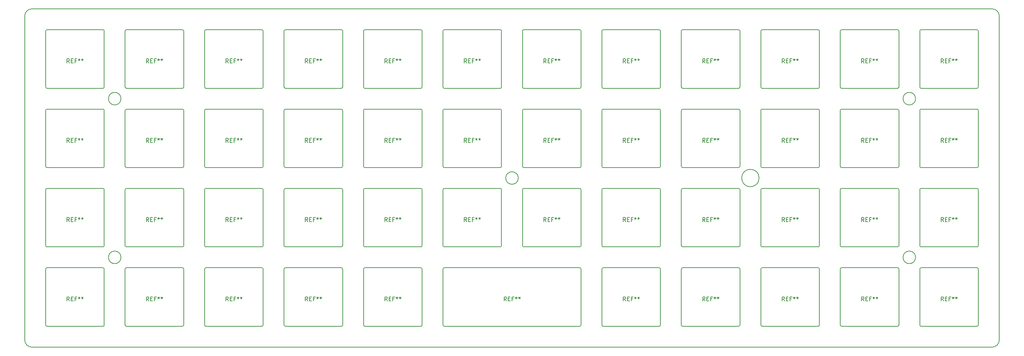
<source format=gm1>
G04 #@! TF.GenerationSoftware,KiCad,Pcbnew,5.0.1*
G04 #@! TF.CreationDate,2019-02-20T21:51:22-03:00*
G04 #@! TF.ProjectId,1Space,3153706163652E6B696361645F706362,V3.0.7*
G04 #@! TF.SameCoordinates,Original*
G04 #@! TF.FileFunction,Profile,NP*
%FSLAX46Y46*%
G04 Gerber Fmt 4.6, Leading zero omitted, Abs format (unit mm)*
G04 Created by KiCad (PCBNEW 5.0.1) date Wed 20 Feb 2019 09:51:22 PM -03*
%MOMM*%
%LPD*%
G01*
G04 APERTURE LIST*
%ADD10C,0.150000*%
G04 #@! TA.AperFunction,NonConductor*
%ADD11C,0.150000*%
G04 #@! TD*
G04 APERTURE END LIST*
D10*
X207541125Y-102743000D02*
G75*
G03X207541125Y-102743000I-2078125J0D01*
G01*
X149963000Y-102743000D02*
G75*
G03X149963000Y-102743000I-1500000J0D01*
G01*
X244963000Y-83743000D02*
G75*
G03X244963000Y-83743000I-1500000J0D01*
G01*
X244963000Y-121743000D02*
G75*
G03X244963000Y-121743000I-1500000J0D01*
G01*
X54963000Y-121743000D02*
G75*
G03X54963000Y-121743000I-1500000J0D01*
G01*
X54963000Y-83743000D02*
G75*
G03X54963000Y-83743000I-1500000J0D01*
G01*
X31939170Y-64000682D02*
G75*
G02X33720426Y-62219426I1781256J0D01*
G01*
X31939170Y-64000682D02*
X31939170Y-141485318D01*
X33720426Y-143266574D02*
G75*
G02X31939170Y-141485318I0J1781256D01*
G01*
X264986830Y-141485318D02*
X264986830Y-64000682D01*
X264986830Y-141485318D02*
G75*
G02X263205574Y-143266574I-1781256J0D01*
G01*
X263205574Y-62219426D02*
G75*
G02X264986830Y-64000682I0J-1781256D01*
G01*
X33720426Y-143266574D02*
X263205574Y-143266574D01*
X33720426Y-62219426D02*
X263205574Y-62219426D01*
D11*
G04 #@! TO.C,REF\002A\002A*
X240663000Y-124243000D02*
X227263000Y-124243000D01*
X226963000Y-124543000D02*
X226963000Y-137943000D01*
X227263000Y-138243000D02*
X240663000Y-138243000D01*
X240963000Y-137943000D02*
X240963000Y-124543000D01*
X226963000Y-124543000D02*
G75*
G02X227263000Y-124243000I300000J0D01*
G01*
X240663000Y-124243000D02*
G75*
G02X240963000Y-124543000I0J-300000D01*
G01*
X240963000Y-137943000D02*
G75*
G02X240663000Y-138243000I-300000J0D01*
G01*
X227263000Y-138243000D02*
G75*
G02X226963000Y-137943000I0J300000D01*
G01*
X227263000Y-119243000D02*
G75*
G02X226963000Y-118943000I0J300000D01*
G01*
X240963000Y-118943000D02*
G75*
G02X240663000Y-119243000I-300000J0D01*
G01*
X240663000Y-105243000D02*
G75*
G02X240963000Y-105543000I0J-300000D01*
G01*
X226963000Y-105543000D02*
G75*
G02X227263000Y-105243000I300000J0D01*
G01*
X240963000Y-118943000D02*
X240963000Y-105543000D01*
X227263000Y-119243000D02*
X240663000Y-119243000D01*
X226963000Y-105543000D02*
X226963000Y-118943000D01*
X240663000Y-105243000D02*
X227263000Y-105243000D01*
X240663000Y-67243000D02*
X227263000Y-67243000D01*
X226963000Y-67543000D02*
X226963000Y-80943000D01*
X227263000Y-81243000D02*
X240663000Y-81243000D01*
X240963000Y-80943000D02*
X240963000Y-67543000D01*
X226963000Y-67543000D02*
G75*
G02X227263000Y-67243000I300000J0D01*
G01*
X240663000Y-67243000D02*
G75*
G02X240963000Y-67543000I0J-300000D01*
G01*
X240963000Y-80943000D02*
G75*
G02X240663000Y-81243000I-300000J0D01*
G01*
X227263000Y-81243000D02*
G75*
G02X226963000Y-80943000I0J300000D01*
G01*
X88663000Y-124243000D02*
X75263000Y-124243000D01*
X74963000Y-124543000D02*
X74963000Y-137943000D01*
X75263000Y-138243000D02*
X88663000Y-138243000D01*
X88963000Y-137943000D02*
X88963000Y-124543000D01*
X74963000Y-124543000D02*
G75*
G02X75263000Y-124243000I300000J0D01*
G01*
X88663000Y-124243000D02*
G75*
G02X88963000Y-124543000I0J-300000D01*
G01*
X88963000Y-137943000D02*
G75*
G02X88663000Y-138243000I-300000J0D01*
G01*
X75263000Y-138243000D02*
G75*
G02X74963000Y-137943000I0J300000D01*
G01*
X246263000Y-138243000D02*
G75*
G02X245963000Y-137943000I0J300000D01*
G01*
X259963000Y-137943000D02*
G75*
G02X259663000Y-138243000I-300000J0D01*
G01*
X259663000Y-124243000D02*
G75*
G02X259963000Y-124543000I0J-300000D01*
G01*
X245963000Y-124543000D02*
G75*
G02X246263000Y-124243000I300000J0D01*
G01*
X259963000Y-137943000D02*
X259963000Y-124543000D01*
X246263000Y-138243000D02*
X259663000Y-138243000D01*
X245963000Y-124543000D02*
X245963000Y-137943000D01*
X259663000Y-124243000D02*
X246263000Y-124243000D01*
X202663000Y-124243000D02*
X189263000Y-124243000D01*
X188963000Y-124543000D02*
X188963000Y-137943000D01*
X189263000Y-138243000D02*
X202663000Y-138243000D01*
X202963000Y-137943000D02*
X202963000Y-124543000D01*
X188963000Y-124543000D02*
G75*
G02X189263000Y-124243000I300000J0D01*
G01*
X202663000Y-124243000D02*
G75*
G02X202963000Y-124543000I0J-300000D01*
G01*
X202963000Y-137943000D02*
G75*
G02X202663000Y-138243000I-300000J0D01*
G01*
X189263000Y-138243000D02*
G75*
G02X188963000Y-137943000I0J300000D01*
G01*
X170263000Y-138243000D02*
G75*
G02X169963000Y-137943000I0J300000D01*
G01*
X183963000Y-137943000D02*
G75*
G02X183663000Y-138243000I-300000J0D01*
G01*
X183663000Y-124243000D02*
G75*
G02X183963000Y-124543000I0J-300000D01*
G01*
X169963000Y-124543000D02*
G75*
G02X170263000Y-124243000I300000J0D01*
G01*
X183963000Y-137943000D02*
X183963000Y-124543000D01*
X170263000Y-138243000D02*
X183663000Y-138243000D01*
X169963000Y-124543000D02*
X169963000Y-137943000D01*
X183663000Y-124243000D02*
X170263000Y-124243000D01*
X94263000Y-138243000D02*
G75*
G02X93963000Y-137943000I0J300000D01*
G01*
X107963000Y-137943000D02*
G75*
G02X107663000Y-138243000I-300000J0D01*
G01*
X107663000Y-124243000D02*
G75*
G02X107963000Y-124543000I0J-300000D01*
G01*
X93963000Y-124543000D02*
G75*
G02X94263000Y-124243000I300000J0D01*
G01*
X107963000Y-137943000D02*
X107963000Y-124543000D01*
X94263000Y-138243000D02*
X107663000Y-138243000D01*
X93963000Y-124543000D02*
X93963000Y-137943000D01*
X107663000Y-124243000D02*
X94263000Y-124243000D01*
X126663000Y-124243000D02*
X113263000Y-124243000D01*
X112963000Y-124543000D02*
X112963000Y-137943000D01*
X113263000Y-138243000D02*
X126663000Y-138243000D01*
X126963000Y-137943000D02*
X126963000Y-124543000D01*
X112963000Y-124543000D02*
G75*
G02X113263000Y-124243000I300000J0D01*
G01*
X126663000Y-124243000D02*
G75*
G02X126963000Y-124543000I0J-300000D01*
G01*
X126963000Y-137943000D02*
G75*
G02X126663000Y-138243000I-300000J0D01*
G01*
X113263000Y-138243000D02*
G75*
G02X112963000Y-137943000I0J300000D01*
G01*
X208263000Y-138243000D02*
G75*
G02X207963000Y-137943000I0J300000D01*
G01*
X221963000Y-137943000D02*
G75*
G02X221663000Y-138243000I-300000J0D01*
G01*
X221663000Y-124243000D02*
G75*
G02X221963000Y-124543000I0J-300000D01*
G01*
X207963000Y-124543000D02*
G75*
G02X208263000Y-124243000I300000J0D01*
G01*
X221963000Y-137943000D02*
X221963000Y-124543000D01*
X208263000Y-138243000D02*
X221663000Y-138243000D01*
X207963000Y-124543000D02*
X207963000Y-137943000D01*
X221663000Y-124243000D02*
X208263000Y-124243000D01*
X56263000Y-138243000D02*
G75*
G02X55963000Y-137943000I0J300000D01*
G01*
X69963000Y-137943000D02*
G75*
G02X69663000Y-138243000I-300000J0D01*
G01*
X69663000Y-124243000D02*
G75*
G02X69963000Y-124543000I0J-300000D01*
G01*
X55963000Y-124543000D02*
G75*
G02X56263000Y-124243000I300000J0D01*
G01*
X69963000Y-137943000D02*
X69963000Y-124543000D01*
X56263000Y-138243000D02*
X69663000Y-138243000D01*
X55963000Y-124543000D02*
X55963000Y-137943000D01*
X69663000Y-124243000D02*
X56263000Y-124243000D01*
X50663000Y-124243000D02*
X37263000Y-124243000D01*
X36963000Y-124543000D02*
X36963000Y-137943000D01*
X37263000Y-138243000D02*
X50663000Y-138243000D01*
X50963000Y-137943000D02*
X50963000Y-124543000D01*
X36963000Y-124543000D02*
G75*
G02X37263000Y-124243000I300000J0D01*
G01*
X50663000Y-124243000D02*
G75*
G02X50963000Y-124543000I0J-300000D01*
G01*
X50963000Y-137943000D02*
G75*
G02X50663000Y-138243000I-300000J0D01*
G01*
X37263000Y-138243000D02*
G75*
G02X36963000Y-137943000I0J300000D01*
G01*
X189263000Y-119243000D02*
G75*
G02X188963000Y-118943000I0J300000D01*
G01*
X202963000Y-118943000D02*
G75*
G02X202663000Y-119243000I-300000J0D01*
G01*
X202663000Y-105243000D02*
G75*
G02X202963000Y-105543000I0J-300000D01*
G01*
X188963000Y-105543000D02*
G75*
G02X189263000Y-105243000I300000J0D01*
G01*
X202963000Y-118943000D02*
X202963000Y-105543000D01*
X189263000Y-119243000D02*
X202663000Y-119243000D01*
X188963000Y-105543000D02*
X188963000Y-118943000D01*
X202663000Y-105243000D02*
X189263000Y-105243000D01*
X259663000Y-105243000D02*
X246263000Y-105243000D01*
X245963000Y-105543000D02*
X245963000Y-118943000D01*
X246263000Y-119243000D02*
X259663000Y-119243000D01*
X259963000Y-118943000D02*
X259963000Y-105543000D01*
X245963000Y-105543000D02*
G75*
G02X246263000Y-105243000I300000J0D01*
G01*
X259663000Y-105243000D02*
G75*
G02X259963000Y-105543000I0J-300000D01*
G01*
X259963000Y-118943000D02*
G75*
G02X259663000Y-119243000I-300000J0D01*
G01*
X246263000Y-119243000D02*
G75*
G02X245963000Y-118943000I0J300000D01*
G01*
X75263000Y-119243000D02*
G75*
G02X74963000Y-118943000I0J300000D01*
G01*
X88963000Y-118943000D02*
G75*
G02X88663000Y-119243000I-300000J0D01*
G01*
X88663000Y-105243000D02*
G75*
G02X88963000Y-105543000I0J-300000D01*
G01*
X74963000Y-105543000D02*
G75*
G02X75263000Y-105243000I300000J0D01*
G01*
X88963000Y-118943000D02*
X88963000Y-105543000D01*
X75263000Y-119243000D02*
X88663000Y-119243000D01*
X74963000Y-105543000D02*
X74963000Y-118943000D01*
X88663000Y-105243000D02*
X75263000Y-105243000D01*
X183663000Y-105243000D02*
X170263000Y-105243000D01*
X169963000Y-105543000D02*
X169963000Y-118943000D01*
X170263000Y-119243000D02*
X183663000Y-119243000D01*
X183963000Y-118943000D02*
X183963000Y-105543000D01*
X169963000Y-105543000D02*
G75*
G02X170263000Y-105243000I300000J0D01*
G01*
X183663000Y-105243000D02*
G75*
G02X183963000Y-105543000I0J-300000D01*
G01*
X183963000Y-118943000D02*
G75*
G02X183663000Y-119243000I-300000J0D01*
G01*
X170263000Y-119243000D02*
G75*
G02X169963000Y-118943000I0J300000D01*
G01*
X69663000Y-105243000D02*
X56263000Y-105243000D01*
X55963000Y-105543000D02*
X55963000Y-118943000D01*
X56263000Y-119243000D02*
X69663000Y-119243000D01*
X69963000Y-118943000D02*
X69963000Y-105543000D01*
X55963000Y-105543000D02*
G75*
G02X56263000Y-105243000I300000J0D01*
G01*
X69663000Y-105243000D02*
G75*
G02X69963000Y-105543000I0J-300000D01*
G01*
X69963000Y-118943000D02*
G75*
G02X69663000Y-119243000I-300000J0D01*
G01*
X56263000Y-119243000D02*
G75*
G02X55963000Y-118943000I0J300000D01*
G01*
X37263000Y-119243000D02*
G75*
G02X36963000Y-118943000I0J300000D01*
G01*
X50963000Y-118943000D02*
G75*
G02X50663000Y-119243000I-300000J0D01*
G01*
X50663000Y-105243000D02*
G75*
G02X50963000Y-105543000I0J-300000D01*
G01*
X36963000Y-105543000D02*
G75*
G02X37263000Y-105243000I300000J0D01*
G01*
X50963000Y-118943000D02*
X50963000Y-105543000D01*
X37263000Y-119243000D02*
X50663000Y-119243000D01*
X36963000Y-105543000D02*
X36963000Y-118943000D01*
X50663000Y-105243000D02*
X37263000Y-105243000D01*
X145663000Y-105243000D02*
X132263000Y-105243000D01*
X131963000Y-105543000D02*
X131963000Y-118943000D01*
X132263000Y-119243000D02*
X145663000Y-119243000D01*
X145963000Y-118943000D02*
X145963000Y-105543000D01*
X131963000Y-105543000D02*
G75*
G02X132263000Y-105243000I300000J0D01*
G01*
X145663000Y-105243000D02*
G75*
G02X145963000Y-105543000I0J-300000D01*
G01*
X145963000Y-118943000D02*
G75*
G02X145663000Y-119243000I-300000J0D01*
G01*
X132263000Y-119243000D02*
G75*
G02X131963000Y-118943000I0J300000D01*
G01*
X151263000Y-119243000D02*
G75*
G02X150963000Y-118943000I0J300000D01*
G01*
X164963000Y-118943000D02*
G75*
G02X164663000Y-119243000I-300000J0D01*
G01*
X164663000Y-105243000D02*
G75*
G02X164963000Y-105543000I0J-300000D01*
G01*
X150963000Y-105543000D02*
G75*
G02X151263000Y-105243000I300000J0D01*
G01*
X164963000Y-118943000D02*
X164963000Y-105543000D01*
X151263000Y-119243000D02*
X164663000Y-119243000D01*
X150963000Y-105543000D02*
X150963000Y-118943000D01*
X164663000Y-105243000D02*
X151263000Y-105243000D01*
X107663000Y-105243000D02*
X94263000Y-105243000D01*
X93963000Y-105543000D02*
X93963000Y-118943000D01*
X94263000Y-119243000D02*
X107663000Y-119243000D01*
X107963000Y-118943000D02*
X107963000Y-105543000D01*
X93963000Y-105543000D02*
G75*
G02X94263000Y-105243000I300000J0D01*
G01*
X107663000Y-105243000D02*
G75*
G02X107963000Y-105543000I0J-300000D01*
G01*
X107963000Y-118943000D02*
G75*
G02X107663000Y-119243000I-300000J0D01*
G01*
X94263000Y-119243000D02*
G75*
G02X93963000Y-118943000I0J300000D01*
G01*
X221663000Y-105243000D02*
X208263000Y-105243000D01*
X207963000Y-105543000D02*
X207963000Y-118943000D01*
X208263000Y-119243000D02*
X221663000Y-119243000D01*
X221963000Y-118943000D02*
X221963000Y-105543000D01*
X207963000Y-105543000D02*
G75*
G02X208263000Y-105243000I300000J0D01*
G01*
X221663000Y-105243000D02*
G75*
G02X221963000Y-105543000I0J-300000D01*
G01*
X221963000Y-118943000D02*
G75*
G02X221663000Y-119243000I-300000J0D01*
G01*
X208263000Y-119243000D02*
G75*
G02X207963000Y-118943000I0J300000D01*
G01*
X113263000Y-119243000D02*
G75*
G02X112963000Y-118943000I0J300000D01*
G01*
X126963000Y-118943000D02*
G75*
G02X126663000Y-119243000I-300000J0D01*
G01*
X126663000Y-105243000D02*
G75*
G02X126963000Y-105543000I0J-300000D01*
G01*
X112963000Y-105543000D02*
G75*
G02X113263000Y-105243000I300000J0D01*
G01*
X126963000Y-118943000D02*
X126963000Y-105543000D01*
X113263000Y-119243000D02*
X126663000Y-119243000D01*
X112963000Y-105543000D02*
X112963000Y-118943000D01*
X126663000Y-105243000D02*
X113263000Y-105243000D01*
X126663000Y-67243000D02*
X113263000Y-67243000D01*
X112963000Y-67543000D02*
X112963000Y-80943000D01*
X113263000Y-81243000D02*
X126663000Y-81243000D01*
X126963000Y-80943000D02*
X126963000Y-67543000D01*
X112963000Y-67543000D02*
G75*
G02X113263000Y-67243000I300000J0D01*
G01*
X126663000Y-67243000D02*
G75*
G02X126963000Y-67543000I0J-300000D01*
G01*
X126963000Y-80943000D02*
G75*
G02X126663000Y-81243000I-300000J0D01*
G01*
X113263000Y-81243000D02*
G75*
G02X112963000Y-80943000I0J300000D01*
G01*
X164663000Y-67243000D02*
X151263000Y-67243000D01*
X150963000Y-67543000D02*
X150963000Y-80943000D01*
X151263000Y-81243000D02*
X164663000Y-81243000D01*
X164963000Y-80943000D02*
X164963000Y-67543000D01*
X150963000Y-67543000D02*
G75*
G02X151263000Y-67243000I300000J0D01*
G01*
X164663000Y-67243000D02*
G75*
G02X164963000Y-67543000I0J-300000D01*
G01*
X164963000Y-80943000D02*
G75*
G02X164663000Y-81243000I-300000J0D01*
G01*
X151263000Y-81243000D02*
G75*
G02X150963000Y-80943000I0J300000D01*
G01*
X132263000Y-81243000D02*
G75*
G02X131963000Y-80943000I0J300000D01*
G01*
X145963000Y-80943000D02*
G75*
G02X145663000Y-81243000I-300000J0D01*
G01*
X145663000Y-67243000D02*
G75*
G02X145963000Y-67543000I0J-300000D01*
G01*
X131963000Y-67543000D02*
G75*
G02X132263000Y-67243000I300000J0D01*
G01*
X145963000Y-80943000D02*
X145963000Y-67543000D01*
X132263000Y-81243000D02*
X145663000Y-81243000D01*
X131963000Y-67543000D02*
X131963000Y-80943000D01*
X145663000Y-67243000D02*
X132263000Y-67243000D01*
X94263000Y-81243000D02*
G75*
G02X93963000Y-80943000I0J300000D01*
G01*
X107963000Y-80943000D02*
G75*
G02X107663000Y-81243000I-300000J0D01*
G01*
X107663000Y-67243000D02*
G75*
G02X107963000Y-67543000I0J-300000D01*
G01*
X93963000Y-67543000D02*
G75*
G02X94263000Y-67243000I300000J0D01*
G01*
X107963000Y-80943000D02*
X107963000Y-67543000D01*
X94263000Y-81243000D02*
X107663000Y-81243000D01*
X93963000Y-67543000D02*
X93963000Y-80943000D01*
X107663000Y-67243000D02*
X94263000Y-67243000D01*
X202663000Y-67243000D02*
X189263000Y-67243000D01*
X188963000Y-67543000D02*
X188963000Y-80943000D01*
X189263000Y-81243000D02*
X202663000Y-81243000D01*
X202963000Y-80943000D02*
X202963000Y-67543000D01*
X188963000Y-67543000D02*
G75*
G02X189263000Y-67243000I300000J0D01*
G01*
X202663000Y-67243000D02*
G75*
G02X202963000Y-67543000I0J-300000D01*
G01*
X202963000Y-80943000D02*
G75*
G02X202663000Y-81243000I-300000J0D01*
G01*
X189263000Y-81243000D02*
G75*
G02X188963000Y-80943000I0J300000D01*
G01*
X170263000Y-81243000D02*
G75*
G02X169963000Y-80943000I0J300000D01*
G01*
X183963000Y-80943000D02*
G75*
G02X183663000Y-81243000I-300000J0D01*
G01*
X183663000Y-67243000D02*
G75*
G02X183963000Y-67543000I0J-300000D01*
G01*
X169963000Y-67543000D02*
G75*
G02X170263000Y-67243000I300000J0D01*
G01*
X183963000Y-80943000D02*
X183963000Y-67543000D01*
X170263000Y-81243000D02*
X183663000Y-81243000D01*
X169963000Y-67543000D02*
X169963000Y-80943000D01*
X183663000Y-67243000D02*
X170263000Y-67243000D01*
X246263000Y-81243000D02*
G75*
G02X245963000Y-80943000I0J300000D01*
G01*
X259963000Y-80943000D02*
G75*
G02X259663000Y-81243000I-300000J0D01*
G01*
X259663000Y-67243000D02*
G75*
G02X259963000Y-67543000I0J-300000D01*
G01*
X245963000Y-67543000D02*
G75*
G02X246263000Y-67243000I300000J0D01*
G01*
X259963000Y-80943000D02*
X259963000Y-67543000D01*
X246263000Y-81243000D02*
X259663000Y-81243000D01*
X245963000Y-67543000D02*
X245963000Y-80943000D01*
X259663000Y-67243000D02*
X246263000Y-67243000D01*
X88663000Y-67243000D02*
X75263000Y-67243000D01*
X74963000Y-67543000D02*
X74963000Y-80943000D01*
X75263000Y-81243000D02*
X88663000Y-81243000D01*
X88963000Y-80943000D02*
X88963000Y-67543000D01*
X74963000Y-67543000D02*
G75*
G02X75263000Y-67243000I300000J0D01*
G01*
X88663000Y-67243000D02*
G75*
G02X88963000Y-67543000I0J-300000D01*
G01*
X88963000Y-80943000D02*
G75*
G02X88663000Y-81243000I-300000J0D01*
G01*
X75263000Y-81243000D02*
G75*
G02X74963000Y-80943000I0J300000D01*
G01*
X56263000Y-81243000D02*
G75*
G02X55963000Y-80943000I0J300000D01*
G01*
X69963000Y-80943000D02*
G75*
G02X69663000Y-81243000I-300000J0D01*
G01*
X69663000Y-67243000D02*
G75*
G02X69963000Y-67543000I0J-300000D01*
G01*
X55963000Y-67543000D02*
G75*
G02X56263000Y-67243000I300000J0D01*
G01*
X69963000Y-80943000D02*
X69963000Y-67543000D01*
X56263000Y-81243000D02*
X69663000Y-81243000D01*
X55963000Y-67543000D02*
X55963000Y-80943000D01*
X69663000Y-67243000D02*
X56263000Y-67243000D01*
X208263000Y-81243000D02*
G75*
G02X207963000Y-80943000I0J300000D01*
G01*
X221963000Y-80943000D02*
G75*
G02X221663000Y-81243000I-300000J0D01*
G01*
X221663000Y-67243000D02*
G75*
G02X221963000Y-67543000I0J-300000D01*
G01*
X207963000Y-67543000D02*
G75*
G02X208263000Y-67243000I300000J0D01*
G01*
X221963000Y-80943000D02*
X221963000Y-67543000D01*
X208263000Y-81243000D02*
X221663000Y-81243000D01*
X207963000Y-67543000D02*
X207963000Y-80943000D01*
X221663000Y-67243000D02*
X208263000Y-67243000D01*
X50663000Y-67243000D02*
X37263000Y-67243000D01*
X36963000Y-67543000D02*
X36963000Y-80943000D01*
X37263000Y-81243000D02*
X50663000Y-81243000D01*
X50963000Y-80943000D02*
X50963000Y-67543000D01*
X36963000Y-67543000D02*
G75*
G02X37263000Y-67243000I300000J0D01*
G01*
X50663000Y-67243000D02*
G75*
G02X50963000Y-67543000I0J-300000D01*
G01*
X50963000Y-80943000D02*
G75*
G02X50663000Y-81243000I-300000J0D01*
G01*
X37263000Y-81243000D02*
G75*
G02X36963000Y-80943000I0J300000D01*
G01*
X259663000Y-86243000D02*
X246263000Y-86243000D01*
X245963000Y-86543000D02*
X245963000Y-99943000D01*
X246263000Y-100243000D02*
X259663000Y-100243000D01*
X259963000Y-99943000D02*
X259963000Y-86543000D01*
X245963000Y-86543000D02*
G75*
G02X246263000Y-86243000I300000J0D01*
G01*
X259663000Y-86243000D02*
G75*
G02X259963000Y-86543000I0J-300000D01*
G01*
X259963000Y-99943000D02*
G75*
G02X259663000Y-100243000I-300000J0D01*
G01*
X246263000Y-100243000D02*
G75*
G02X245963000Y-99943000I0J300000D01*
G01*
X227263000Y-100243000D02*
G75*
G02X226963000Y-99943000I0J300000D01*
G01*
X240963000Y-99943000D02*
G75*
G02X240663000Y-100243000I-300000J0D01*
G01*
X240663000Y-86243000D02*
G75*
G02X240963000Y-86543000I0J-300000D01*
G01*
X226963000Y-86543000D02*
G75*
G02X227263000Y-86243000I300000J0D01*
G01*
X240963000Y-99943000D02*
X240963000Y-86543000D01*
X227263000Y-100243000D02*
X240663000Y-100243000D01*
X226963000Y-86543000D02*
X226963000Y-99943000D01*
X240663000Y-86243000D02*
X227263000Y-86243000D01*
X221663000Y-86243000D02*
X208263000Y-86243000D01*
X207963000Y-86543000D02*
X207963000Y-99943000D01*
X208263000Y-100243000D02*
X221663000Y-100243000D01*
X221963000Y-99943000D02*
X221963000Y-86543000D01*
X207963000Y-86543000D02*
G75*
G02X208263000Y-86243000I300000J0D01*
G01*
X221663000Y-86243000D02*
G75*
G02X221963000Y-86543000I0J-300000D01*
G01*
X221963000Y-99943000D02*
G75*
G02X221663000Y-100243000I-300000J0D01*
G01*
X208263000Y-100243000D02*
G75*
G02X207963000Y-99943000I0J300000D01*
G01*
X189263000Y-100243000D02*
G75*
G02X188963000Y-99943000I0J300000D01*
G01*
X202963000Y-99943000D02*
G75*
G02X202663000Y-100243000I-300000J0D01*
G01*
X202663000Y-86243000D02*
G75*
G02X202963000Y-86543000I0J-300000D01*
G01*
X188963000Y-86543000D02*
G75*
G02X189263000Y-86243000I300000J0D01*
G01*
X202963000Y-99943000D02*
X202963000Y-86543000D01*
X189263000Y-100243000D02*
X202663000Y-100243000D01*
X188963000Y-86543000D02*
X188963000Y-99943000D01*
X202663000Y-86243000D02*
X189263000Y-86243000D01*
X183663000Y-86243000D02*
X170263000Y-86243000D01*
X169963000Y-86543000D02*
X169963000Y-99943000D01*
X170263000Y-100243000D02*
X183663000Y-100243000D01*
X183963000Y-99943000D02*
X183963000Y-86543000D01*
X169963000Y-86543000D02*
G75*
G02X170263000Y-86243000I300000J0D01*
G01*
X183663000Y-86243000D02*
G75*
G02X183963000Y-86543000I0J-300000D01*
G01*
X183963000Y-99943000D02*
G75*
G02X183663000Y-100243000I-300000J0D01*
G01*
X170263000Y-100243000D02*
G75*
G02X169963000Y-99943000I0J300000D01*
G01*
X37263000Y-100243000D02*
G75*
G02X36963000Y-99943000I0J300000D01*
G01*
X50963000Y-99943000D02*
G75*
G02X50663000Y-100243000I-300000J0D01*
G01*
X50663000Y-86243000D02*
G75*
G02X50963000Y-86543000I0J-300000D01*
G01*
X36963000Y-86543000D02*
G75*
G02X37263000Y-86243000I300000J0D01*
G01*
X50963000Y-99943000D02*
X50963000Y-86543000D01*
X37263000Y-100243000D02*
X50663000Y-100243000D01*
X36963000Y-86543000D02*
X36963000Y-99943000D01*
X50663000Y-86243000D02*
X37263000Y-86243000D01*
X69663000Y-86243000D02*
X56263000Y-86243000D01*
X55963000Y-86543000D02*
X55963000Y-99943000D01*
X56263000Y-100243000D02*
X69663000Y-100243000D01*
X69963000Y-99943000D02*
X69963000Y-86543000D01*
X55963000Y-86543000D02*
G75*
G02X56263000Y-86243000I300000J0D01*
G01*
X69663000Y-86243000D02*
G75*
G02X69963000Y-86543000I0J-300000D01*
G01*
X69963000Y-99943000D02*
G75*
G02X69663000Y-100243000I-300000J0D01*
G01*
X56263000Y-100243000D02*
G75*
G02X55963000Y-99943000I0J300000D01*
G01*
X75263000Y-100243000D02*
G75*
G02X74963000Y-99943000I0J300000D01*
G01*
X88963000Y-99943000D02*
G75*
G02X88663000Y-100243000I-300000J0D01*
G01*
X88663000Y-86243000D02*
G75*
G02X88963000Y-86543000I0J-300000D01*
G01*
X74963000Y-86543000D02*
G75*
G02X75263000Y-86243000I300000J0D01*
G01*
X88963000Y-99943000D02*
X88963000Y-86543000D01*
X75263000Y-100243000D02*
X88663000Y-100243000D01*
X74963000Y-86543000D02*
X74963000Y-99943000D01*
X88663000Y-86243000D02*
X75263000Y-86243000D01*
X107663000Y-86243000D02*
X94263000Y-86243000D01*
X93963000Y-86543000D02*
X93963000Y-99943000D01*
X94263000Y-100243000D02*
X107663000Y-100243000D01*
X107963000Y-99943000D02*
X107963000Y-86543000D01*
X93963000Y-86543000D02*
G75*
G02X94263000Y-86243000I300000J0D01*
G01*
X107663000Y-86243000D02*
G75*
G02X107963000Y-86543000I0J-300000D01*
G01*
X107963000Y-99943000D02*
G75*
G02X107663000Y-100243000I-300000J0D01*
G01*
X94263000Y-100243000D02*
G75*
G02X93963000Y-99943000I0J300000D01*
G01*
X113263000Y-100243000D02*
G75*
G02X112963000Y-99943000I0J300000D01*
G01*
X126963000Y-99943000D02*
G75*
G02X126663000Y-100243000I-300000J0D01*
G01*
X126663000Y-86243000D02*
G75*
G02X126963000Y-86543000I0J-300000D01*
G01*
X112963000Y-86543000D02*
G75*
G02X113263000Y-86243000I300000J0D01*
G01*
X126963000Y-99943000D02*
X126963000Y-86543000D01*
X113263000Y-100243000D02*
X126663000Y-100243000D01*
X112963000Y-86543000D02*
X112963000Y-99943000D01*
X126663000Y-86243000D02*
X113263000Y-86243000D01*
X145663000Y-86243000D02*
X132263000Y-86243000D01*
X131963000Y-86543000D02*
X131963000Y-99943000D01*
X132263000Y-100243000D02*
X145663000Y-100243000D01*
X145963000Y-99943000D02*
X145963000Y-86543000D01*
X131963000Y-86543000D02*
G75*
G02X132263000Y-86243000I300000J0D01*
G01*
X145663000Y-86243000D02*
G75*
G02X145963000Y-86543000I0J-300000D01*
G01*
X145963000Y-99943000D02*
G75*
G02X145663000Y-100243000I-300000J0D01*
G01*
X132263000Y-100243000D02*
G75*
G02X131963000Y-99943000I0J300000D01*
G01*
X151263000Y-100243000D02*
G75*
G02X150963000Y-99943000I0J300000D01*
G01*
X164963000Y-99943000D02*
G75*
G02X164663000Y-100243000I-300000J0D01*
G01*
X164663000Y-86243000D02*
G75*
G02X164963000Y-86543000I0J-300000D01*
G01*
X150963000Y-86543000D02*
G75*
G02X151263000Y-86243000I300000J0D01*
G01*
X164963000Y-99943000D02*
X164963000Y-86543000D01*
X151263000Y-100243000D02*
X164663000Y-100243000D01*
X150963000Y-86543000D02*
X150963000Y-99943000D01*
X164663000Y-86243000D02*
X151263000Y-86243000D01*
X132263000Y-138243000D02*
G75*
G02X131963000Y-137943000I0J300000D01*
G01*
X131963000Y-124543000D02*
X131963000Y-137943000D01*
X131963000Y-124543000D02*
G75*
G02X132263000Y-124243000I300000J0D01*
G01*
X164963000Y-137943000D02*
G75*
G02X164663000Y-138243000I-300000J0D01*
G01*
X164663000Y-124243000D02*
G75*
G02X164963000Y-124543000I0J-300000D01*
G01*
X164963000Y-137943000D02*
X164963000Y-124543000D01*
X132263000Y-138243000D02*
X164663000Y-138243000D01*
X164663000Y-124243000D02*
X132263000Y-124243000D01*
G04 #@! TD*
G04 #@! TO.C,REF\002A\002A*
D10*
X232629666Y-132195380D02*
X232296333Y-131719190D01*
X232058238Y-132195380D02*
X232058238Y-131195380D01*
X232439190Y-131195380D01*
X232534428Y-131243000D01*
X232582047Y-131290619D01*
X232629666Y-131385857D01*
X232629666Y-131528714D01*
X232582047Y-131623952D01*
X232534428Y-131671571D01*
X232439190Y-131719190D01*
X232058238Y-131719190D01*
X233058238Y-131671571D02*
X233391571Y-131671571D01*
X233534428Y-132195380D02*
X233058238Y-132195380D01*
X233058238Y-131195380D01*
X233534428Y-131195380D01*
X234296333Y-131671571D02*
X233963000Y-131671571D01*
X233963000Y-132195380D02*
X233963000Y-131195380D01*
X234439190Y-131195380D01*
X234963000Y-131195380D02*
X234963000Y-131433476D01*
X234724904Y-131338238D02*
X234963000Y-131433476D01*
X235201095Y-131338238D01*
X234820142Y-131623952D02*
X234963000Y-131433476D01*
X235105857Y-131623952D01*
X235724904Y-131195380D02*
X235724904Y-131433476D01*
X235486809Y-131338238D02*
X235724904Y-131433476D01*
X235963000Y-131338238D01*
X235582047Y-131623952D02*
X235724904Y-131433476D01*
X235867761Y-131623952D01*
X232629666Y-113195380D02*
X232296333Y-112719190D01*
X232058238Y-113195380D02*
X232058238Y-112195380D01*
X232439190Y-112195380D01*
X232534428Y-112243000D01*
X232582047Y-112290619D01*
X232629666Y-112385857D01*
X232629666Y-112528714D01*
X232582047Y-112623952D01*
X232534428Y-112671571D01*
X232439190Y-112719190D01*
X232058238Y-112719190D01*
X233058238Y-112671571D02*
X233391571Y-112671571D01*
X233534428Y-113195380D02*
X233058238Y-113195380D01*
X233058238Y-112195380D01*
X233534428Y-112195380D01*
X234296333Y-112671571D02*
X233963000Y-112671571D01*
X233963000Y-113195380D02*
X233963000Y-112195380D01*
X234439190Y-112195380D01*
X234963000Y-112195380D02*
X234963000Y-112433476D01*
X234724904Y-112338238D02*
X234963000Y-112433476D01*
X235201095Y-112338238D01*
X234820142Y-112623952D02*
X234963000Y-112433476D01*
X235105857Y-112623952D01*
X235724904Y-112195380D02*
X235724904Y-112433476D01*
X235486809Y-112338238D02*
X235724904Y-112433476D01*
X235963000Y-112338238D01*
X235582047Y-112623952D02*
X235724904Y-112433476D01*
X235867761Y-112623952D01*
X232629666Y-75195380D02*
X232296333Y-74719190D01*
X232058238Y-75195380D02*
X232058238Y-74195380D01*
X232439190Y-74195380D01*
X232534428Y-74243000D01*
X232582047Y-74290619D01*
X232629666Y-74385857D01*
X232629666Y-74528714D01*
X232582047Y-74623952D01*
X232534428Y-74671571D01*
X232439190Y-74719190D01*
X232058238Y-74719190D01*
X233058238Y-74671571D02*
X233391571Y-74671571D01*
X233534428Y-75195380D02*
X233058238Y-75195380D01*
X233058238Y-74195380D01*
X233534428Y-74195380D01*
X234296333Y-74671571D02*
X233963000Y-74671571D01*
X233963000Y-75195380D02*
X233963000Y-74195380D01*
X234439190Y-74195380D01*
X234963000Y-74195380D02*
X234963000Y-74433476D01*
X234724904Y-74338238D02*
X234963000Y-74433476D01*
X235201095Y-74338238D01*
X234820142Y-74623952D02*
X234963000Y-74433476D01*
X235105857Y-74623952D01*
X235724904Y-74195380D02*
X235724904Y-74433476D01*
X235486809Y-74338238D02*
X235724904Y-74433476D01*
X235963000Y-74338238D01*
X235582047Y-74623952D02*
X235724904Y-74433476D01*
X235867761Y-74623952D01*
X80629666Y-132195380D02*
X80296333Y-131719190D01*
X80058238Y-132195380D02*
X80058238Y-131195380D01*
X80439190Y-131195380D01*
X80534428Y-131243000D01*
X80582047Y-131290619D01*
X80629666Y-131385857D01*
X80629666Y-131528714D01*
X80582047Y-131623952D01*
X80534428Y-131671571D01*
X80439190Y-131719190D01*
X80058238Y-131719190D01*
X81058238Y-131671571D02*
X81391571Y-131671571D01*
X81534428Y-132195380D02*
X81058238Y-132195380D01*
X81058238Y-131195380D01*
X81534428Y-131195380D01*
X82296333Y-131671571D02*
X81963000Y-131671571D01*
X81963000Y-132195380D02*
X81963000Y-131195380D01*
X82439190Y-131195380D01*
X82963000Y-131195380D02*
X82963000Y-131433476D01*
X82724904Y-131338238D02*
X82963000Y-131433476D01*
X83201095Y-131338238D01*
X82820142Y-131623952D02*
X82963000Y-131433476D01*
X83105857Y-131623952D01*
X83724904Y-131195380D02*
X83724904Y-131433476D01*
X83486809Y-131338238D02*
X83724904Y-131433476D01*
X83963000Y-131338238D01*
X83582047Y-131623952D02*
X83724904Y-131433476D01*
X83867761Y-131623952D01*
X251629666Y-132195380D02*
X251296333Y-131719190D01*
X251058238Y-132195380D02*
X251058238Y-131195380D01*
X251439190Y-131195380D01*
X251534428Y-131243000D01*
X251582047Y-131290619D01*
X251629666Y-131385857D01*
X251629666Y-131528714D01*
X251582047Y-131623952D01*
X251534428Y-131671571D01*
X251439190Y-131719190D01*
X251058238Y-131719190D01*
X252058238Y-131671571D02*
X252391571Y-131671571D01*
X252534428Y-132195380D02*
X252058238Y-132195380D01*
X252058238Y-131195380D01*
X252534428Y-131195380D01*
X253296333Y-131671571D02*
X252963000Y-131671571D01*
X252963000Y-132195380D02*
X252963000Y-131195380D01*
X253439190Y-131195380D01*
X253963000Y-131195380D02*
X253963000Y-131433476D01*
X253724904Y-131338238D02*
X253963000Y-131433476D01*
X254201095Y-131338238D01*
X253820142Y-131623952D02*
X253963000Y-131433476D01*
X254105857Y-131623952D01*
X254724904Y-131195380D02*
X254724904Y-131433476D01*
X254486809Y-131338238D02*
X254724904Y-131433476D01*
X254963000Y-131338238D01*
X254582047Y-131623952D02*
X254724904Y-131433476D01*
X254867761Y-131623952D01*
X194629666Y-132195380D02*
X194296333Y-131719190D01*
X194058238Y-132195380D02*
X194058238Y-131195380D01*
X194439190Y-131195380D01*
X194534428Y-131243000D01*
X194582047Y-131290619D01*
X194629666Y-131385857D01*
X194629666Y-131528714D01*
X194582047Y-131623952D01*
X194534428Y-131671571D01*
X194439190Y-131719190D01*
X194058238Y-131719190D01*
X195058238Y-131671571D02*
X195391571Y-131671571D01*
X195534428Y-132195380D02*
X195058238Y-132195380D01*
X195058238Y-131195380D01*
X195534428Y-131195380D01*
X196296333Y-131671571D02*
X195963000Y-131671571D01*
X195963000Y-132195380D02*
X195963000Y-131195380D01*
X196439190Y-131195380D01*
X196963000Y-131195380D02*
X196963000Y-131433476D01*
X196724904Y-131338238D02*
X196963000Y-131433476D01*
X197201095Y-131338238D01*
X196820142Y-131623952D02*
X196963000Y-131433476D01*
X197105857Y-131623952D01*
X197724904Y-131195380D02*
X197724904Y-131433476D01*
X197486809Y-131338238D02*
X197724904Y-131433476D01*
X197963000Y-131338238D01*
X197582047Y-131623952D02*
X197724904Y-131433476D01*
X197867761Y-131623952D01*
X175629666Y-132195380D02*
X175296333Y-131719190D01*
X175058238Y-132195380D02*
X175058238Y-131195380D01*
X175439190Y-131195380D01*
X175534428Y-131243000D01*
X175582047Y-131290619D01*
X175629666Y-131385857D01*
X175629666Y-131528714D01*
X175582047Y-131623952D01*
X175534428Y-131671571D01*
X175439190Y-131719190D01*
X175058238Y-131719190D01*
X176058238Y-131671571D02*
X176391571Y-131671571D01*
X176534428Y-132195380D02*
X176058238Y-132195380D01*
X176058238Y-131195380D01*
X176534428Y-131195380D01*
X177296333Y-131671571D02*
X176963000Y-131671571D01*
X176963000Y-132195380D02*
X176963000Y-131195380D01*
X177439190Y-131195380D01*
X177963000Y-131195380D02*
X177963000Y-131433476D01*
X177724904Y-131338238D02*
X177963000Y-131433476D01*
X178201095Y-131338238D01*
X177820142Y-131623952D02*
X177963000Y-131433476D01*
X178105857Y-131623952D01*
X178724904Y-131195380D02*
X178724904Y-131433476D01*
X178486809Y-131338238D02*
X178724904Y-131433476D01*
X178963000Y-131338238D01*
X178582047Y-131623952D02*
X178724904Y-131433476D01*
X178867761Y-131623952D01*
X99629666Y-132195380D02*
X99296333Y-131719190D01*
X99058238Y-132195380D02*
X99058238Y-131195380D01*
X99439190Y-131195380D01*
X99534428Y-131243000D01*
X99582047Y-131290619D01*
X99629666Y-131385857D01*
X99629666Y-131528714D01*
X99582047Y-131623952D01*
X99534428Y-131671571D01*
X99439190Y-131719190D01*
X99058238Y-131719190D01*
X100058238Y-131671571D02*
X100391571Y-131671571D01*
X100534428Y-132195380D02*
X100058238Y-132195380D01*
X100058238Y-131195380D01*
X100534428Y-131195380D01*
X101296333Y-131671571D02*
X100963000Y-131671571D01*
X100963000Y-132195380D02*
X100963000Y-131195380D01*
X101439190Y-131195380D01*
X101963000Y-131195380D02*
X101963000Y-131433476D01*
X101724904Y-131338238D02*
X101963000Y-131433476D01*
X102201095Y-131338238D01*
X101820142Y-131623952D02*
X101963000Y-131433476D01*
X102105857Y-131623952D01*
X102724904Y-131195380D02*
X102724904Y-131433476D01*
X102486809Y-131338238D02*
X102724904Y-131433476D01*
X102963000Y-131338238D01*
X102582047Y-131623952D02*
X102724904Y-131433476D01*
X102867761Y-131623952D01*
X118629666Y-132195380D02*
X118296333Y-131719190D01*
X118058238Y-132195380D02*
X118058238Y-131195380D01*
X118439190Y-131195380D01*
X118534428Y-131243000D01*
X118582047Y-131290619D01*
X118629666Y-131385857D01*
X118629666Y-131528714D01*
X118582047Y-131623952D01*
X118534428Y-131671571D01*
X118439190Y-131719190D01*
X118058238Y-131719190D01*
X119058238Y-131671571D02*
X119391571Y-131671571D01*
X119534428Y-132195380D02*
X119058238Y-132195380D01*
X119058238Y-131195380D01*
X119534428Y-131195380D01*
X120296333Y-131671571D02*
X119963000Y-131671571D01*
X119963000Y-132195380D02*
X119963000Y-131195380D01*
X120439190Y-131195380D01*
X120963000Y-131195380D02*
X120963000Y-131433476D01*
X120724904Y-131338238D02*
X120963000Y-131433476D01*
X121201095Y-131338238D01*
X120820142Y-131623952D02*
X120963000Y-131433476D01*
X121105857Y-131623952D01*
X121724904Y-131195380D02*
X121724904Y-131433476D01*
X121486809Y-131338238D02*
X121724904Y-131433476D01*
X121963000Y-131338238D01*
X121582047Y-131623952D02*
X121724904Y-131433476D01*
X121867761Y-131623952D01*
X213629666Y-132195380D02*
X213296333Y-131719190D01*
X213058238Y-132195380D02*
X213058238Y-131195380D01*
X213439190Y-131195380D01*
X213534428Y-131243000D01*
X213582047Y-131290619D01*
X213629666Y-131385857D01*
X213629666Y-131528714D01*
X213582047Y-131623952D01*
X213534428Y-131671571D01*
X213439190Y-131719190D01*
X213058238Y-131719190D01*
X214058238Y-131671571D02*
X214391571Y-131671571D01*
X214534428Y-132195380D02*
X214058238Y-132195380D01*
X214058238Y-131195380D01*
X214534428Y-131195380D01*
X215296333Y-131671571D02*
X214963000Y-131671571D01*
X214963000Y-132195380D02*
X214963000Y-131195380D01*
X215439190Y-131195380D01*
X215963000Y-131195380D02*
X215963000Y-131433476D01*
X215724904Y-131338238D02*
X215963000Y-131433476D01*
X216201095Y-131338238D01*
X215820142Y-131623952D02*
X215963000Y-131433476D01*
X216105857Y-131623952D01*
X216724904Y-131195380D02*
X216724904Y-131433476D01*
X216486809Y-131338238D02*
X216724904Y-131433476D01*
X216963000Y-131338238D01*
X216582047Y-131623952D02*
X216724904Y-131433476D01*
X216867761Y-131623952D01*
X61629666Y-132195380D02*
X61296333Y-131719190D01*
X61058238Y-132195380D02*
X61058238Y-131195380D01*
X61439190Y-131195380D01*
X61534428Y-131243000D01*
X61582047Y-131290619D01*
X61629666Y-131385857D01*
X61629666Y-131528714D01*
X61582047Y-131623952D01*
X61534428Y-131671571D01*
X61439190Y-131719190D01*
X61058238Y-131719190D01*
X62058238Y-131671571D02*
X62391571Y-131671571D01*
X62534428Y-132195380D02*
X62058238Y-132195380D01*
X62058238Y-131195380D01*
X62534428Y-131195380D01*
X63296333Y-131671571D02*
X62963000Y-131671571D01*
X62963000Y-132195380D02*
X62963000Y-131195380D01*
X63439190Y-131195380D01*
X63963000Y-131195380D02*
X63963000Y-131433476D01*
X63724904Y-131338238D02*
X63963000Y-131433476D01*
X64201095Y-131338238D01*
X63820142Y-131623952D02*
X63963000Y-131433476D01*
X64105857Y-131623952D01*
X64724904Y-131195380D02*
X64724904Y-131433476D01*
X64486809Y-131338238D02*
X64724904Y-131433476D01*
X64963000Y-131338238D01*
X64582047Y-131623952D02*
X64724904Y-131433476D01*
X64867761Y-131623952D01*
X42629666Y-132195380D02*
X42296333Y-131719190D01*
X42058238Y-132195380D02*
X42058238Y-131195380D01*
X42439190Y-131195380D01*
X42534428Y-131243000D01*
X42582047Y-131290619D01*
X42629666Y-131385857D01*
X42629666Y-131528714D01*
X42582047Y-131623952D01*
X42534428Y-131671571D01*
X42439190Y-131719190D01*
X42058238Y-131719190D01*
X43058238Y-131671571D02*
X43391571Y-131671571D01*
X43534428Y-132195380D02*
X43058238Y-132195380D01*
X43058238Y-131195380D01*
X43534428Y-131195380D01*
X44296333Y-131671571D02*
X43963000Y-131671571D01*
X43963000Y-132195380D02*
X43963000Y-131195380D01*
X44439190Y-131195380D01*
X44963000Y-131195380D02*
X44963000Y-131433476D01*
X44724904Y-131338238D02*
X44963000Y-131433476D01*
X45201095Y-131338238D01*
X44820142Y-131623952D02*
X44963000Y-131433476D01*
X45105857Y-131623952D01*
X45724904Y-131195380D02*
X45724904Y-131433476D01*
X45486809Y-131338238D02*
X45724904Y-131433476D01*
X45963000Y-131338238D01*
X45582047Y-131623952D02*
X45724904Y-131433476D01*
X45867761Y-131623952D01*
X194629666Y-113195380D02*
X194296333Y-112719190D01*
X194058238Y-113195380D02*
X194058238Y-112195380D01*
X194439190Y-112195380D01*
X194534428Y-112243000D01*
X194582047Y-112290619D01*
X194629666Y-112385857D01*
X194629666Y-112528714D01*
X194582047Y-112623952D01*
X194534428Y-112671571D01*
X194439190Y-112719190D01*
X194058238Y-112719190D01*
X195058238Y-112671571D02*
X195391571Y-112671571D01*
X195534428Y-113195380D02*
X195058238Y-113195380D01*
X195058238Y-112195380D01*
X195534428Y-112195380D01*
X196296333Y-112671571D02*
X195963000Y-112671571D01*
X195963000Y-113195380D02*
X195963000Y-112195380D01*
X196439190Y-112195380D01*
X196963000Y-112195380D02*
X196963000Y-112433476D01*
X196724904Y-112338238D02*
X196963000Y-112433476D01*
X197201095Y-112338238D01*
X196820142Y-112623952D02*
X196963000Y-112433476D01*
X197105857Y-112623952D01*
X197724904Y-112195380D02*
X197724904Y-112433476D01*
X197486809Y-112338238D02*
X197724904Y-112433476D01*
X197963000Y-112338238D01*
X197582047Y-112623952D02*
X197724904Y-112433476D01*
X197867761Y-112623952D01*
X251629666Y-113195380D02*
X251296333Y-112719190D01*
X251058238Y-113195380D02*
X251058238Y-112195380D01*
X251439190Y-112195380D01*
X251534428Y-112243000D01*
X251582047Y-112290619D01*
X251629666Y-112385857D01*
X251629666Y-112528714D01*
X251582047Y-112623952D01*
X251534428Y-112671571D01*
X251439190Y-112719190D01*
X251058238Y-112719190D01*
X252058238Y-112671571D02*
X252391571Y-112671571D01*
X252534428Y-113195380D02*
X252058238Y-113195380D01*
X252058238Y-112195380D01*
X252534428Y-112195380D01*
X253296333Y-112671571D02*
X252963000Y-112671571D01*
X252963000Y-113195380D02*
X252963000Y-112195380D01*
X253439190Y-112195380D01*
X253963000Y-112195380D02*
X253963000Y-112433476D01*
X253724904Y-112338238D02*
X253963000Y-112433476D01*
X254201095Y-112338238D01*
X253820142Y-112623952D02*
X253963000Y-112433476D01*
X254105857Y-112623952D01*
X254724904Y-112195380D02*
X254724904Y-112433476D01*
X254486809Y-112338238D02*
X254724904Y-112433476D01*
X254963000Y-112338238D01*
X254582047Y-112623952D02*
X254724904Y-112433476D01*
X254867761Y-112623952D01*
X80629666Y-113195380D02*
X80296333Y-112719190D01*
X80058238Y-113195380D02*
X80058238Y-112195380D01*
X80439190Y-112195380D01*
X80534428Y-112243000D01*
X80582047Y-112290619D01*
X80629666Y-112385857D01*
X80629666Y-112528714D01*
X80582047Y-112623952D01*
X80534428Y-112671571D01*
X80439190Y-112719190D01*
X80058238Y-112719190D01*
X81058238Y-112671571D02*
X81391571Y-112671571D01*
X81534428Y-113195380D02*
X81058238Y-113195380D01*
X81058238Y-112195380D01*
X81534428Y-112195380D01*
X82296333Y-112671571D02*
X81963000Y-112671571D01*
X81963000Y-113195380D02*
X81963000Y-112195380D01*
X82439190Y-112195380D01*
X82963000Y-112195380D02*
X82963000Y-112433476D01*
X82724904Y-112338238D02*
X82963000Y-112433476D01*
X83201095Y-112338238D01*
X82820142Y-112623952D02*
X82963000Y-112433476D01*
X83105857Y-112623952D01*
X83724904Y-112195380D02*
X83724904Y-112433476D01*
X83486809Y-112338238D02*
X83724904Y-112433476D01*
X83963000Y-112338238D01*
X83582047Y-112623952D02*
X83724904Y-112433476D01*
X83867761Y-112623952D01*
X175629666Y-113195380D02*
X175296333Y-112719190D01*
X175058238Y-113195380D02*
X175058238Y-112195380D01*
X175439190Y-112195380D01*
X175534428Y-112243000D01*
X175582047Y-112290619D01*
X175629666Y-112385857D01*
X175629666Y-112528714D01*
X175582047Y-112623952D01*
X175534428Y-112671571D01*
X175439190Y-112719190D01*
X175058238Y-112719190D01*
X176058238Y-112671571D02*
X176391571Y-112671571D01*
X176534428Y-113195380D02*
X176058238Y-113195380D01*
X176058238Y-112195380D01*
X176534428Y-112195380D01*
X177296333Y-112671571D02*
X176963000Y-112671571D01*
X176963000Y-113195380D02*
X176963000Y-112195380D01*
X177439190Y-112195380D01*
X177963000Y-112195380D02*
X177963000Y-112433476D01*
X177724904Y-112338238D02*
X177963000Y-112433476D01*
X178201095Y-112338238D01*
X177820142Y-112623952D02*
X177963000Y-112433476D01*
X178105857Y-112623952D01*
X178724904Y-112195380D02*
X178724904Y-112433476D01*
X178486809Y-112338238D02*
X178724904Y-112433476D01*
X178963000Y-112338238D01*
X178582047Y-112623952D02*
X178724904Y-112433476D01*
X178867761Y-112623952D01*
X61629666Y-113195380D02*
X61296333Y-112719190D01*
X61058238Y-113195380D02*
X61058238Y-112195380D01*
X61439190Y-112195380D01*
X61534428Y-112243000D01*
X61582047Y-112290619D01*
X61629666Y-112385857D01*
X61629666Y-112528714D01*
X61582047Y-112623952D01*
X61534428Y-112671571D01*
X61439190Y-112719190D01*
X61058238Y-112719190D01*
X62058238Y-112671571D02*
X62391571Y-112671571D01*
X62534428Y-113195380D02*
X62058238Y-113195380D01*
X62058238Y-112195380D01*
X62534428Y-112195380D01*
X63296333Y-112671571D02*
X62963000Y-112671571D01*
X62963000Y-113195380D02*
X62963000Y-112195380D01*
X63439190Y-112195380D01*
X63963000Y-112195380D02*
X63963000Y-112433476D01*
X63724904Y-112338238D02*
X63963000Y-112433476D01*
X64201095Y-112338238D01*
X63820142Y-112623952D02*
X63963000Y-112433476D01*
X64105857Y-112623952D01*
X64724904Y-112195380D02*
X64724904Y-112433476D01*
X64486809Y-112338238D02*
X64724904Y-112433476D01*
X64963000Y-112338238D01*
X64582047Y-112623952D02*
X64724904Y-112433476D01*
X64867761Y-112623952D01*
X42629666Y-113195380D02*
X42296333Y-112719190D01*
X42058238Y-113195380D02*
X42058238Y-112195380D01*
X42439190Y-112195380D01*
X42534428Y-112243000D01*
X42582047Y-112290619D01*
X42629666Y-112385857D01*
X42629666Y-112528714D01*
X42582047Y-112623952D01*
X42534428Y-112671571D01*
X42439190Y-112719190D01*
X42058238Y-112719190D01*
X43058238Y-112671571D02*
X43391571Y-112671571D01*
X43534428Y-113195380D02*
X43058238Y-113195380D01*
X43058238Y-112195380D01*
X43534428Y-112195380D01*
X44296333Y-112671571D02*
X43963000Y-112671571D01*
X43963000Y-113195380D02*
X43963000Y-112195380D01*
X44439190Y-112195380D01*
X44963000Y-112195380D02*
X44963000Y-112433476D01*
X44724904Y-112338238D02*
X44963000Y-112433476D01*
X45201095Y-112338238D01*
X44820142Y-112623952D02*
X44963000Y-112433476D01*
X45105857Y-112623952D01*
X45724904Y-112195380D02*
X45724904Y-112433476D01*
X45486809Y-112338238D02*
X45724904Y-112433476D01*
X45963000Y-112338238D01*
X45582047Y-112623952D02*
X45724904Y-112433476D01*
X45867761Y-112623952D01*
X137629666Y-113195380D02*
X137296333Y-112719190D01*
X137058238Y-113195380D02*
X137058238Y-112195380D01*
X137439190Y-112195380D01*
X137534428Y-112243000D01*
X137582047Y-112290619D01*
X137629666Y-112385857D01*
X137629666Y-112528714D01*
X137582047Y-112623952D01*
X137534428Y-112671571D01*
X137439190Y-112719190D01*
X137058238Y-112719190D01*
X138058238Y-112671571D02*
X138391571Y-112671571D01*
X138534428Y-113195380D02*
X138058238Y-113195380D01*
X138058238Y-112195380D01*
X138534428Y-112195380D01*
X139296333Y-112671571D02*
X138963000Y-112671571D01*
X138963000Y-113195380D02*
X138963000Y-112195380D01*
X139439190Y-112195380D01*
X139963000Y-112195380D02*
X139963000Y-112433476D01*
X139724904Y-112338238D02*
X139963000Y-112433476D01*
X140201095Y-112338238D01*
X139820142Y-112623952D02*
X139963000Y-112433476D01*
X140105857Y-112623952D01*
X140724904Y-112195380D02*
X140724904Y-112433476D01*
X140486809Y-112338238D02*
X140724904Y-112433476D01*
X140963000Y-112338238D01*
X140582047Y-112623952D02*
X140724904Y-112433476D01*
X140867761Y-112623952D01*
X156629666Y-113195380D02*
X156296333Y-112719190D01*
X156058238Y-113195380D02*
X156058238Y-112195380D01*
X156439190Y-112195380D01*
X156534428Y-112243000D01*
X156582047Y-112290619D01*
X156629666Y-112385857D01*
X156629666Y-112528714D01*
X156582047Y-112623952D01*
X156534428Y-112671571D01*
X156439190Y-112719190D01*
X156058238Y-112719190D01*
X157058238Y-112671571D02*
X157391571Y-112671571D01*
X157534428Y-113195380D02*
X157058238Y-113195380D01*
X157058238Y-112195380D01*
X157534428Y-112195380D01*
X158296333Y-112671571D02*
X157963000Y-112671571D01*
X157963000Y-113195380D02*
X157963000Y-112195380D01*
X158439190Y-112195380D01*
X158963000Y-112195380D02*
X158963000Y-112433476D01*
X158724904Y-112338238D02*
X158963000Y-112433476D01*
X159201095Y-112338238D01*
X158820142Y-112623952D02*
X158963000Y-112433476D01*
X159105857Y-112623952D01*
X159724904Y-112195380D02*
X159724904Y-112433476D01*
X159486809Y-112338238D02*
X159724904Y-112433476D01*
X159963000Y-112338238D01*
X159582047Y-112623952D02*
X159724904Y-112433476D01*
X159867761Y-112623952D01*
X99629666Y-113195380D02*
X99296333Y-112719190D01*
X99058238Y-113195380D02*
X99058238Y-112195380D01*
X99439190Y-112195380D01*
X99534428Y-112243000D01*
X99582047Y-112290619D01*
X99629666Y-112385857D01*
X99629666Y-112528714D01*
X99582047Y-112623952D01*
X99534428Y-112671571D01*
X99439190Y-112719190D01*
X99058238Y-112719190D01*
X100058238Y-112671571D02*
X100391571Y-112671571D01*
X100534428Y-113195380D02*
X100058238Y-113195380D01*
X100058238Y-112195380D01*
X100534428Y-112195380D01*
X101296333Y-112671571D02*
X100963000Y-112671571D01*
X100963000Y-113195380D02*
X100963000Y-112195380D01*
X101439190Y-112195380D01*
X101963000Y-112195380D02*
X101963000Y-112433476D01*
X101724904Y-112338238D02*
X101963000Y-112433476D01*
X102201095Y-112338238D01*
X101820142Y-112623952D02*
X101963000Y-112433476D01*
X102105857Y-112623952D01*
X102724904Y-112195380D02*
X102724904Y-112433476D01*
X102486809Y-112338238D02*
X102724904Y-112433476D01*
X102963000Y-112338238D01*
X102582047Y-112623952D02*
X102724904Y-112433476D01*
X102867761Y-112623952D01*
X213629666Y-113195380D02*
X213296333Y-112719190D01*
X213058238Y-113195380D02*
X213058238Y-112195380D01*
X213439190Y-112195380D01*
X213534428Y-112243000D01*
X213582047Y-112290619D01*
X213629666Y-112385857D01*
X213629666Y-112528714D01*
X213582047Y-112623952D01*
X213534428Y-112671571D01*
X213439190Y-112719190D01*
X213058238Y-112719190D01*
X214058238Y-112671571D02*
X214391571Y-112671571D01*
X214534428Y-113195380D02*
X214058238Y-113195380D01*
X214058238Y-112195380D01*
X214534428Y-112195380D01*
X215296333Y-112671571D02*
X214963000Y-112671571D01*
X214963000Y-113195380D02*
X214963000Y-112195380D01*
X215439190Y-112195380D01*
X215963000Y-112195380D02*
X215963000Y-112433476D01*
X215724904Y-112338238D02*
X215963000Y-112433476D01*
X216201095Y-112338238D01*
X215820142Y-112623952D02*
X215963000Y-112433476D01*
X216105857Y-112623952D01*
X216724904Y-112195380D02*
X216724904Y-112433476D01*
X216486809Y-112338238D02*
X216724904Y-112433476D01*
X216963000Y-112338238D01*
X216582047Y-112623952D02*
X216724904Y-112433476D01*
X216867761Y-112623952D01*
X118629666Y-113195380D02*
X118296333Y-112719190D01*
X118058238Y-113195380D02*
X118058238Y-112195380D01*
X118439190Y-112195380D01*
X118534428Y-112243000D01*
X118582047Y-112290619D01*
X118629666Y-112385857D01*
X118629666Y-112528714D01*
X118582047Y-112623952D01*
X118534428Y-112671571D01*
X118439190Y-112719190D01*
X118058238Y-112719190D01*
X119058238Y-112671571D02*
X119391571Y-112671571D01*
X119534428Y-113195380D02*
X119058238Y-113195380D01*
X119058238Y-112195380D01*
X119534428Y-112195380D01*
X120296333Y-112671571D02*
X119963000Y-112671571D01*
X119963000Y-113195380D02*
X119963000Y-112195380D01*
X120439190Y-112195380D01*
X120963000Y-112195380D02*
X120963000Y-112433476D01*
X120724904Y-112338238D02*
X120963000Y-112433476D01*
X121201095Y-112338238D01*
X120820142Y-112623952D02*
X120963000Y-112433476D01*
X121105857Y-112623952D01*
X121724904Y-112195380D02*
X121724904Y-112433476D01*
X121486809Y-112338238D02*
X121724904Y-112433476D01*
X121963000Y-112338238D01*
X121582047Y-112623952D02*
X121724904Y-112433476D01*
X121867761Y-112623952D01*
X118629666Y-75195380D02*
X118296333Y-74719190D01*
X118058238Y-75195380D02*
X118058238Y-74195380D01*
X118439190Y-74195380D01*
X118534428Y-74243000D01*
X118582047Y-74290619D01*
X118629666Y-74385857D01*
X118629666Y-74528714D01*
X118582047Y-74623952D01*
X118534428Y-74671571D01*
X118439190Y-74719190D01*
X118058238Y-74719190D01*
X119058238Y-74671571D02*
X119391571Y-74671571D01*
X119534428Y-75195380D02*
X119058238Y-75195380D01*
X119058238Y-74195380D01*
X119534428Y-74195380D01*
X120296333Y-74671571D02*
X119963000Y-74671571D01*
X119963000Y-75195380D02*
X119963000Y-74195380D01*
X120439190Y-74195380D01*
X120963000Y-74195380D02*
X120963000Y-74433476D01*
X120724904Y-74338238D02*
X120963000Y-74433476D01*
X121201095Y-74338238D01*
X120820142Y-74623952D02*
X120963000Y-74433476D01*
X121105857Y-74623952D01*
X121724904Y-74195380D02*
X121724904Y-74433476D01*
X121486809Y-74338238D02*
X121724904Y-74433476D01*
X121963000Y-74338238D01*
X121582047Y-74623952D02*
X121724904Y-74433476D01*
X121867761Y-74623952D01*
X156629666Y-75195380D02*
X156296333Y-74719190D01*
X156058238Y-75195380D02*
X156058238Y-74195380D01*
X156439190Y-74195380D01*
X156534428Y-74243000D01*
X156582047Y-74290619D01*
X156629666Y-74385857D01*
X156629666Y-74528714D01*
X156582047Y-74623952D01*
X156534428Y-74671571D01*
X156439190Y-74719190D01*
X156058238Y-74719190D01*
X157058238Y-74671571D02*
X157391571Y-74671571D01*
X157534428Y-75195380D02*
X157058238Y-75195380D01*
X157058238Y-74195380D01*
X157534428Y-74195380D01*
X158296333Y-74671571D02*
X157963000Y-74671571D01*
X157963000Y-75195380D02*
X157963000Y-74195380D01*
X158439190Y-74195380D01*
X158963000Y-74195380D02*
X158963000Y-74433476D01*
X158724904Y-74338238D02*
X158963000Y-74433476D01*
X159201095Y-74338238D01*
X158820142Y-74623952D02*
X158963000Y-74433476D01*
X159105857Y-74623952D01*
X159724904Y-74195380D02*
X159724904Y-74433476D01*
X159486809Y-74338238D02*
X159724904Y-74433476D01*
X159963000Y-74338238D01*
X159582047Y-74623952D02*
X159724904Y-74433476D01*
X159867761Y-74623952D01*
X137629666Y-75195380D02*
X137296333Y-74719190D01*
X137058238Y-75195380D02*
X137058238Y-74195380D01*
X137439190Y-74195380D01*
X137534428Y-74243000D01*
X137582047Y-74290619D01*
X137629666Y-74385857D01*
X137629666Y-74528714D01*
X137582047Y-74623952D01*
X137534428Y-74671571D01*
X137439190Y-74719190D01*
X137058238Y-74719190D01*
X138058238Y-74671571D02*
X138391571Y-74671571D01*
X138534428Y-75195380D02*
X138058238Y-75195380D01*
X138058238Y-74195380D01*
X138534428Y-74195380D01*
X139296333Y-74671571D02*
X138963000Y-74671571D01*
X138963000Y-75195380D02*
X138963000Y-74195380D01*
X139439190Y-74195380D01*
X139963000Y-74195380D02*
X139963000Y-74433476D01*
X139724904Y-74338238D02*
X139963000Y-74433476D01*
X140201095Y-74338238D01*
X139820142Y-74623952D02*
X139963000Y-74433476D01*
X140105857Y-74623952D01*
X140724904Y-74195380D02*
X140724904Y-74433476D01*
X140486809Y-74338238D02*
X140724904Y-74433476D01*
X140963000Y-74338238D01*
X140582047Y-74623952D02*
X140724904Y-74433476D01*
X140867761Y-74623952D01*
X99629666Y-75195380D02*
X99296333Y-74719190D01*
X99058238Y-75195380D02*
X99058238Y-74195380D01*
X99439190Y-74195380D01*
X99534428Y-74243000D01*
X99582047Y-74290619D01*
X99629666Y-74385857D01*
X99629666Y-74528714D01*
X99582047Y-74623952D01*
X99534428Y-74671571D01*
X99439190Y-74719190D01*
X99058238Y-74719190D01*
X100058238Y-74671571D02*
X100391571Y-74671571D01*
X100534428Y-75195380D02*
X100058238Y-75195380D01*
X100058238Y-74195380D01*
X100534428Y-74195380D01*
X101296333Y-74671571D02*
X100963000Y-74671571D01*
X100963000Y-75195380D02*
X100963000Y-74195380D01*
X101439190Y-74195380D01*
X101963000Y-74195380D02*
X101963000Y-74433476D01*
X101724904Y-74338238D02*
X101963000Y-74433476D01*
X102201095Y-74338238D01*
X101820142Y-74623952D02*
X101963000Y-74433476D01*
X102105857Y-74623952D01*
X102724904Y-74195380D02*
X102724904Y-74433476D01*
X102486809Y-74338238D02*
X102724904Y-74433476D01*
X102963000Y-74338238D01*
X102582047Y-74623952D02*
X102724904Y-74433476D01*
X102867761Y-74623952D01*
X194629666Y-75195380D02*
X194296333Y-74719190D01*
X194058238Y-75195380D02*
X194058238Y-74195380D01*
X194439190Y-74195380D01*
X194534428Y-74243000D01*
X194582047Y-74290619D01*
X194629666Y-74385857D01*
X194629666Y-74528714D01*
X194582047Y-74623952D01*
X194534428Y-74671571D01*
X194439190Y-74719190D01*
X194058238Y-74719190D01*
X195058238Y-74671571D02*
X195391571Y-74671571D01*
X195534428Y-75195380D02*
X195058238Y-75195380D01*
X195058238Y-74195380D01*
X195534428Y-74195380D01*
X196296333Y-74671571D02*
X195963000Y-74671571D01*
X195963000Y-75195380D02*
X195963000Y-74195380D01*
X196439190Y-74195380D01*
X196963000Y-74195380D02*
X196963000Y-74433476D01*
X196724904Y-74338238D02*
X196963000Y-74433476D01*
X197201095Y-74338238D01*
X196820142Y-74623952D02*
X196963000Y-74433476D01*
X197105857Y-74623952D01*
X197724904Y-74195380D02*
X197724904Y-74433476D01*
X197486809Y-74338238D02*
X197724904Y-74433476D01*
X197963000Y-74338238D01*
X197582047Y-74623952D02*
X197724904Y-74433476D01*
X197867761Y-74623952D01*
X175629666Y-75195380D02*
X175296333Y-74719190D01*
X175058238Y-75195380D02*
X175058238Y-74195380D01*
X175439190Y-74195380D01*
X175534428Y-74243000D01*
X175582047Y-74290619D01*
X175629666Y-74385857D01*
X175629666Y-74528714D01*
X175582047Y-74623952D01*
X175534428Y-74671571D01*
X175439190Y-74719190D01*
X175058238Y-74719190D01*
X176058238Y-74671571D02*
X176391571Y-74671571D01*
X176534428Y-75195380D02*
X176058238Y-75195380D01*
X176058238Y-74195380D01*
X176534428Y-74195380D01*
X177296333Y-74671571D02*
X176963000Y-74671571D01*
X176963000Y-75195380D02*
X176963000Y-74195380D01*
X177439190Y-74195380D01*
X177963000Y-74195380D02*
X177963000Y-74433476D01*
X177724904Y-74338238D02*
X177963000Y-74433476D01*
X178201095Y-74338238D01*
X177820142Y-74623952D02*
X177963000Y-74433476D01*
X178105857Y-74623952D01*
X178724904Y-74195380D02*
X178724904Y-74433476D01*
X178486809Y-74338238D02*
X178724904Y-74433476D01*
X178963000Y-74338238D01*
X178582047Y-74623952D02*
X178724904Y-74433476D01*
X178867761Y-74623952D01*
X251629666Y-75195380D02*
X251296333Y-74719190D01*
X251058238Y-75195380D02*
X251058238Y-74195380D01*
X251439190Y-74195380D01*
X251534428Y-74243000D01*
X251582047Y-74290619D01*
X251629666Y-74385857D01*
X251629666Y-74528714D01*
X251582047Y-74623952D01*
X251534428Y-74671571D01*
X251439190Y-74719190D01*
X251058238Y-74719190D01*
X252058238Y-74671571D02*
X252391571Y-74671571D01*
X252534428Y-75195380D02*
X252058238Y-75195380D01*
X252058238Y-74195380D01*
X252534428Y-74195380D01*
X253296333Y-74671571D02*
X252963000Y-74671571D01*
X252963000Y-75195380D02*
X252963000Y-74195380D01*
X253439190Y-74195380D01*
X253963000Y-74195380D02*
X253963000Y-74433476D01*
X253724904Y-74338238D02*
X253963000Y-74433476D01*
X254201095Y-74338238D01*
X253820142Y-74623952D02*
X253963000Y-74433476D01*
X254105857Y-74623952D01*
X254724904Y-74195380D02*
X254724904Y-74433476D01*
X254486809Y-74338238D02*
X254724904Y-74433476D01*
X254963000Y-74338238D01*
X254582047Y-74623952D02*
X254724904Y-74433476D01*
X254867761Y-74623952D01*
X80629666Y-75195380D02*
X80296333Y-74719190D01*
X80058238Y-75195380D02*
X80058238Y-74195380D01*
X80439190Y-74195380D01*
X80534428Y-74243000D01*
X80582047Y-74290619D01*
X80629666Y-74385857D01*
X80629666Y-74528714D01*
X80582047Y-74623952D01*
X80534428Y-74671571D01*
X80439190Y-74719190D01*
X80058238Y-74719190D01*
X81058238Y-74671571D02*
X81391571Y-74671571D01*
X81534428Y-75195380D02*
X81058238Y-75195380D01*
X81058238Y-74195380D01*
X81534428Y-74195380D01*
X82296333Y-74671571D02*
X81963000Y-74671571D01*
X81963000Y-75195380D02*
X81963000Y-74195380D01*
X82439190Y-74195380D01*
X82963000Y-74195380D02*
X82963000Y-74433476D01*
X82724904Y-74338238D02*
X82963000Y-74433476D01*
X83201095Y-74338238D01*
X82820142Y-74623952D02*
X82963000Y-74433476D01*
X83105857Y-74623952D01*
X83724904Y-74195380D02*
X83724904Y-74433476D01*
X83486809Y-74338238D02*
X83724904Y-74433476D01*
X83963000Y-74338238D01*
X83582047Y-74623952D02*
X83724904Y-74433476D01*
X83867761Y-74623952D01*
X61629666Y-75195380D02*
X61296333Y-74719190D01*
X61058238Y-75195380D02*
X61058238Y-74195380D01*
X61439190Y-74195380D01*
X61534428Y-74243000D01*
X61582047Y-74290619D01*
X61629666Y-74385857D01*
X61629666Y-74528714D01*
X61582047Y-74623952D01*
X61534428Y-74671571D01*
X61439190Y-74719190D01*
X61058238Y-74719190D01*
X62058238Y-74671571D02*
X62391571Y-74671571D01*
X62534428Y-75195380D02*
X62058238Y-75195380D01*
X62058238Y-74195380D01*
X62534428Y-74195380D01*
X63296333Y-74671571D02*
X62963000Y-74671571D01*
X62963000Y-75195380D02*
X62963000Y-74195380D01*
X63439190Y-74195380D01*
X63963000Y-74195380D02*
X63963000Y-74433476D01*
X63724904Y-74338238D02*
X63963000Y-74433476D01*
X64201095Y-74338238D01*
X63820142Y-74623952D02*
X63963000Y-74433476D01*
X64105857Y-74623952D01*
X64724904Y-74195380D02*
X64724904Y-74433476D01*
X64486809Y-74338238D02*
X64724904Y-74433476D01*
X64963000Y-74338238D01*
X64582047Y-74623952D02*
X64724904Y-74433476D01*
X64867761Y-74623952D01*
X213629666Y-75195380D02*
X213296333Y-74719190D01*
X213058238Y-75195380D02*
X213058238Y-74195380D01*
X213439190Y-74195380D01*
X213534428Y-74243000D01*
X213582047Y-74290619D01*
X213629666Y-74385857D01*
X213629666Y-74528714D01*
X213582047Y-74623952D01*
X213534428Y-74671571D01*
X213439190Y-74719190D01*
X213058238Y-74719190D01*
X214058238Y-74671571D02*
X214391571Y-74671571D01*
X214534428Y-75195380D02*
X214058238Y-75195380D01*
X214058238Y-74195380D01*
X214534428Y-74195380D01*
X215296333Y-74671571D02*
X214963000Y-74671571D01*
X214963000Y-75195380D02*
X214963000Y-74195380D01*
X215439190Y-74195380D01*
X215963000Y-74195380D02*
X215963000Y-74433476D01*
X215724904Y-74338238D02*
X215963000Y-74433476D01*
X216201095Y-74338238D01*
X215820142Y-74623952D02*
X215963000Y-74433476D01*
X216105857Y-74623952D01*
X216724904Y-74195380D02*
X216724904Y-74433476D01*
X216486809Y-74338238D02*
X216724904Y-74433476D01*
X216963000Y-74338238D01*
X216582047Y-74623952D02*
X216724904Y-74433476D01*
X216867761Y-74623952D01*
X42629666Y-75195380D02*
X42296333Y-74719190D01*
X42058238Y-75195380D02*
X42058238Y-74195380D01*
X42439190Y-74195380D01*
X42534428Y-74243000D01*
X42582047Y-74290619D01*
X42629666Y-74385857D01*
X42629666Y-74528714D01*
X42582047Y-74623952D01*
X42534428Y-74671571D01*
X42439190Y-74719190D01*
X42058238Y-74719190D01*
X43058238Y-74671571D02*
X43391571Y-74671571D01*
X43534428Y-75195380D02*
X43058238Y-75195380D01*
X43058238Y-74195380D01*
X43534428Y-74195380D01*
X44296333Y-74671571D02*
X43963000Y-74671571D01*
X43963000Y-75195380D02*
X43963000Y-74195380D01*
X44439190Y-74195380D01*
X44963000Y-74195380D02*
X44963000Y-74433476D01*
X44724904Y-74338238D02*
X44963000Y-74433476D01*
X45201095Y-74338238D01*
X44820142Y-74623952D02*
X44963000Y-74433476D01*
X45105857Y-74623952D01*
X45724904Y-74195380D02*
X45724904Y-74433476D01*
X45486809Y-74338238D02*
X45724904Y-74433476D01*
X45963000Y-74338238D01*
X45582047Y-74623952D02*
X45724904Y-74433476D01*
X45867761Y-74623952D01*
X251629666Y-94195380D02*
X251296333Y-93719190D01*
X251058238Y-94195380D02*
X251058238Y-93195380D01*
X251439190Y-93195380D01*
X251534428Y-93243000D01*
X251582047Y-93290619D01*
X251629666Y-93385857D01*
X251629666Y-93528714D01*
X251582047Y-93623952D01*
X251534428Y-93671571D01*
X251439190Y-93719190D01*
X251058238Y-93719190D01*
X252058238Y-93671571D02*
X252391571Y-93671571D01*
X252534428Y-94195380D02*
X252058238Y-94195380D01*
X252058238Y-93195380D01*
X252534428Y-93195380D01*
X253296333Y-93671571D02*
X252963000Y-93671571D01*
X252963000Y-94195380D02*
X252963000Y-93195380D01*
X253439190Y-93195380D01*
X253963000Y-93195380D02*
X253963000Y-93433476D01*
X253724904Y-93338238D02*
X253963000Y-93433476D01*
X254201095Y-93338238D01*
X253820142Y-93623952D02*
X253963000Y-93433476D01*
X254105857Y-93623952D01*
X254724904Y-93195380D02*
X254724904Y-93433476D01*
X254486809Y-93338238D02*
X254724904Y-93433476D01*
X254963000Y-93338238D01*
X254582047Y-93623952D02*
X254724904Y-93433476D01*
X254867761Y-93623952D01*
X232629666Y-94195380D02*
X232296333Y-93719190D01*
X232058238Y-94195380D02*
X232058238Y-93195380D01*
X232439190Y-93195380D01*
X232534428Y-93243000D01*
X232582047Y-93290619D01*
X232629666Y-93385857D01*
X232629666Y-93528714D01*
X232582047Y-93623952D01*
X232534428Y-93671571D01*
X232439190Y-93719190D01*
X232058238Y-93719190D01*
X233058238Y-93671571D02*
X233391571Y-93671571D01*
X233534428Y-94195380D02*
X233058238Y-94195380D01*
X233058238Y-93195380D01*
X233534428Y-93195380D01*
X234296333Y-93671571D02*
X233963000Y-93671571D01*
X233963000Y-94195380D02*
X233963000Y-93195380D01*
X234439190Y-93195380D01*
X234963000Y-93195380D02*
X234963000Y-93433476D01*
X234724904Y-93338238D02*
X234963000Y-93433476D01*
X235201095Y-93338238D01*
X234820142Y-93623952D02*
X234963000Y-93433476D01*
X235105857Y-93623952D01*
X235724904Y-93195380D02*
X235724904Y-93433476D01*
X235486809Y-93338238D02*
X235724904Y-93433476D01*
X235963000Y-93338238D01*
X235582047Y-93623952D02*
X235724904Y-93433476D01*
X235867761Y-93623952D01*
X213629666Y-94195380D02*
X213296333Y-93719190D01*
X213058238Y-94195380D02*
X213058238Y-93195380D01*
X213439190Y-93195380D01*
X213534428Y-93243000D01*
X213582047Y-93290619D01*
X213629666Y-93385857D01*
X213629666Y-93528714D01*
X213582047Y-93623952D01*
X213534428Y-93671571D01*
X213439190Y-93719190D01*
X213058238Y-93719190D01*
X214058238Y-93671571D02*
X214391571Y-93671571D01*
X214534428Y-94195380D02*
X214058238Y-94195380D01*
X214058238Y-93195380D01*
X214534428Y-93195380D01*
X215296333Y-93671571D02*
X214963000Y-93671571D01*
X214963000Y-94195380D02*
X214963000Y-93195380D01*
X215439190Y-93195380D01*
X215963000Y-93195380D02*
X215963000Y-93433476D01*
X215724904Y-93338238D02*
X215963000Y-93433476D01*
X216201095Y-93338238D01*
X215820142Y-93623952D02*
X215963000Y-93433476D01*
X216105857Y-93623952D01*
X216724904Y-93195380D02*
X216724904Y-93433476D01*
X216486809Y-93338238D02*
X216724904Y-93433476D01*
X216963000Y-93338238D01*
X216582047Y-93623952D02*
X216724904Y-93433476D01*
X216867761Y-93623952D01*
X194629666Y-94195380D02*
X194296333Y-93719190D01*
X194058238Y-94195380D02*
X194058238Y-93195380D01*
X194439190Y-93195380D01*
X194534428Y-93243000D01*
X194582047Y-93290619D01*
X194629666Y-93385857D01*
X194629666Y-93528714D01*
X194582047Y-93623952D01*
X194534428Y-93671571D01*
X194439190Y-93719190D01*
X194058238Y-93719190D01*
X195058238Y-93671571D02*
X195391571Y-93671571D01*
X195534428Y-94195380D02*
X195058238Y-94195380D01*
X195058238Y-93195380D01*
X195534428Y-93195380D01*
X196296333Y-93671571D02*
X195963000Y-93671571D01*
X195963000Y-94195380D02*
X195963000Y-93195380D01*
X196439190Y-93195380D01*
X196963000Y-93195380D02*
X196963000Y-93433476D01*
X196724904Y-93338238D02*
X196963000Y-93433476D01*
X197201095Y-93338238D01*
X196820142Y-93623952D02*
X196963000Y-93433476D01*
X197105857Y-93623952D01*
X197724904Y-93195380D02*
X197724904Y-93433476D01*
X197486809Y-93338238D02*
X197724904Y-93433476D01*
X197963000Y-93338238D01*
X197582047Y-93623952D02*
X197724904Y-93433476D01*
X197867761Y-93623952D01*
X175629666Y-94195380D02*
X175296333Y-93719190D01*
X175058238Y-94195380D02*
X175058238Y-93195380D01*
X175439190Y-93195380D01*
X175534428Y-93243000D01*
X175582047Y-93290619D01*
X175629666Y-93385857D01*
X175629666Y-93528714D01*
X175582047Y-93623952D01*
X175534428Y-93671571D01*
X175439190Y-93719190D01*
X175058238Y-93719190D01*
X176058238Y-93671571D02*
X176391571Y-93671571D01*
X176534428Y-94195380D02*
X176058238Y-94195380D01*
X176058238Y-93195380D01*
X176534428Y-93195380D01*
X177296333Y-93671571D02*
X176963000Y-93671571D01*
X176963000Y-94195380D02*
X176963000Y-93195380D01*
X177439190Y-93195380D01*
X177963000Y-93195380D02*
X177963000Y-93433476D01*
X177724904Y-93338238D02*
X177963000Y-93433476D01*
X178201095Y-93338238D01*
X177820142Y-93623952D02*
X177963000Y-93433476D01*
X178105857Y-93623952D01*
X178724904Y-93195380D02*
X178724904Y-93433476D01*
X178486809Y-93338238D02*
X178724904Y-93433476D01*
X178963000Y-93338238D01*
X178582047Y-93623952D02*
X178724904Y-93433476D01*
X178867761Y-93623952D01*
X42629666Y-94195380D02*
X42296333Y-93719190D01*
X42058238Y-94195380D02*
X42058238Y-93195380D01*
X42439190Y-93195380D01*
X42534428Y-93243000D01*
X42582047Y-93290619D01*
X42629666Y-93385857D01*
X42629666Y-93528714D01*
X42582047Y-93623952D01*
X42534428Y-93671571D01*
X42439190Y-93719190D01*
X42058238Y-93719190D01*
X43058238Y-93671571D02*
X43391571Y-93671571D01*
X43534428Y-94195380D02*
X43058238Y-94195380D01*
X43058238Y-93195380D01*
X43534428Y-93195380D01*
X44296333Y-93671571D02*
X43963000Y-93671571D01*
X43963000Y-94195380D02*
X43963000Y-93195380D01*
X44439190Y-93195380D01*
X44963000Y-93195380D02*
X44963000Y-93433476D01*
X44724904Y-93338238D02*
X44963000Y-93433476D01*
X45201095Y-93338238D01*
X44820142Y-93623952D02*
X44963000Y-93433476D01*
X45105857Y-93623952D01*
X45724904Y-93195380D02*
X45724904Y-93433476D01*
X45486809Y-93338238D02*
X45724904Y-93433476D01*
X45963000Y-93338238D01*
X45582047Y-93623952D02*
X45724904Y-93433476D01*
X45867761Y-93623952D01*
X61629666Y-94195380D02*
X61296333Y-93719190D01*
X61058238Y-94195380D02*
X61058238Y-93195380D01*
X61439190Y-93195380D01*
X61534428Y-93243000D01*
X61582047Y-93290619D01*
X61629666Y-93385857D01*
X61629666Y-93528714D01*
X61582047Y-93623952D01*
X61534428Y-93671571D01*
X61439190Y-93719190D01*
X61058238Y-93719190D01*
X62058238Y-93671571D02*
X62391571Y-93671571D01*
X62534428Y-94195380D02*
X62058238Y-94195380D01*
X62058238Y-93195380D01*
X62534428Y-93195380D01*
X63296333Y-93671571D02*
X62963000Y-93671571D01*
X62963000Y-94195380D02*
X62963000Y-93195380D01*
X63439190Y-93195380D01*
X63963000Y-93195380D02*
X63963000Y-93433476D01*
X63724904Y-93338238D02*
X63963000Y-93433476D01*
X64201095Y-93338238D01*
X63820142Y-93623952D02*
X63963000Y-93433476D01*
X64105857Y-93623952D01*
X64724904Y-93195380D02*
X64724904Y-93433476D01*
X64486809Y-93338238D02*
X64724904Y-93433476D01*
X64963000Y-93338238D01*
X64582047Y-93623952D02*
X64724904Y-93433476D01*
X64867761Y-93623952D01*
X80629666Y-94195380D02*
X80296333Y-93719190D01*
X80058238Y-94195380D02*
X80058238Y-93195380D01*
X80439190Y-93195380D01*
X80534428Y-93243000D01*
X80582047Y-93290619D01*
X80629666Y-93385857D01*
X80629666Y-93528714D01*
X80582047Y-93623952D01*
X80534428Y-93671571D01*
X80439190Y-93719190D01*
X80058238Y-93719190D01*
X81058238Y-93671571D02*
X81391571Y-93671571D01*
X81534428Y-94195380D02*
X81058238Y-94195380D01*
X81058238Y-93195380D01*
X81534428Y-93195380D01*
X82296333Y-93671571D02*
X81963000Y-93671571D01*
X81963000Y-94195380D02*
X81963000Y-93195380D01*
X82439190Y-93195380D01*
X82963000Y-93195380D02*
X82963000Y-93433476D01*
X82724904Y-93338238D02*
X82963000Y-93433476D01*
X83201095Y-93338238D01*
X82820142Y-93623952D02*
X82963000Y-93433476D01*
X83105857Y-93623952D01*
X83724904Y-93195380D02*
X83724904Y-93433476D01*
X83486809Y-93338238D02*
X83724904Y-93433476D01*
X83963000Y-93338238D01*
X83582047Y-93623952D02*
X83724904Y-93433476D01*
X83867761Y-93623952D01*
X99629666Y-94195380D02*
X99296333Y-93719190D01*
X99058238Y-94195380D02*
X99058238Y-93195380D01*
X99439190Y-93195380D01*
X99534428Y-93243000D01*
X99582047Y-93290619D01*
X99629666Y-93385857D01*
X99629666Y-93528714D01*
X99582047Y-93623952D01*
X99534428Y-93671571D01*
X99439190Y-93719190D01*
X99058238Y-93719190D01*
X100058238Y-93671571D02*
X100391571Y-93671571D01*
X100534428Y-94195380D02*
X100058238Y-94195380D01*
X100058238Y-93195380D01*
X100534428Y-93195380D01*
X101296333Y-93671571D02*
X100963000Y-93671571D01*
X100963000Y-94195380D02*
X100963000Y-93195380D01*
X101439190Y-93195380D01*
X101963000Y-93195380D02*
X101963000Y-93433476D01*
X101724904Y-93338238D02*
X101963000Y-93433476D01*
X102201095Y-93338238D01*
X101820142Y-93623952D02*
X101963000Y-93433476D01*
X102105857Y-93623952D01*
X102724904Y-93195380D02*
X102724904Y-93433476D01*
X102486809Y-93338238D02*
X102724904Y-93433476D01*
X102963000Y-93338238D01*
X102582047Y-93623952D02*
X102724904Y-93433476D01*
X102867761Y-93623952D01*
X118629666Y-94195380D02*
X118296333Y-93719190D01*
X118058238Y-94195380D02*
X118058238Y-93195380D01*
X118439190Y-93195380D01*
X118534428Y-93243000D01*
X118582047Y-93290619D01*
X118629666Y-93385857D01*
X118629666Y-93528714D01*
X118582047Y-93623952D01*
X118534428Y-93671571D01*
X118439190Y-93719190D01*
X118058238Y-93719190D01*
X119058238Y-93671571D02*
X119391571Y-93671571D01*
X119534428Y-94195380D02*
X119058238Y-94195380D01*
X119058238Y-93195380D01*
X119534428Y-93195380D01*
X120296333Y-93671571D02*
X119963000Y-93671571D01*
X119963000Y-94195380D02*
X119963000Y-93195380D01*
X120439190Y-93195380D01*
X120963000Y-93195380D02*
X120963000Y-93433476D01*
X120724904Y-93338238D02*
X120963000Y-93433476D01*
X121201095Y-93338238D01*
X120820142Y-93623952D02*
X120963000Y-93433476D01*
X121105857Y-93623952D01*
X121724904Y-93195380D02*
X121724904Y-93433476D01*
X121486809Y-93338238D02*
X121724904Y-93433476D01*
X121963000Y-93338238D01*
X121582047Y-93623952D02*
X121724904Y-93433476D01*
X121867761Y-93623952D01*
X137629666Y-94195380D02*
X137296333Y-93719190D01*
X137058238Y-94195380D02*
X137058238Y-93195380D01*
X137439190Y-93195380D01*
X137534428Y-93243000D01*
X137582047Y-93290619D01*
X137629666Y-93385857D01*
X137629666Y-93528714D01*
X137582047Y-93623952D01*
X137534428Y-93671571D01*
X137439190Y-93719190D01*
X137058238Y-93719190D01*
X138058238Y-93671571D02*
X138391571Y-93671571D01*
X138534428Y-94195380D02*
X138058238Y-94195380D01*
X138058238Y-93195380D01*
X138534428Y-93195380D01*
X139296333Y-93671571D02*
X138963000Y-93671571D01*
X138963000Y-94195380D02*
X138963000Y-93195380D01*
X139439190Y-93195380D01*
X139963000Y-93195380D02*
X139963000Y-93433476D01*
X139724904Y-93338238D02*
X139963000Y-93433476D01*
X140201095Y-93338238D01*
X139820142Y-93623952D02*
X139963000Y-93433476D01*
X140105857Y-93623952D01*
X140724904Y-93195380D02*
X140724904Y-93433476D01*
X140486809Y-93338238D02*
X140724904Y-93433476D01*
X140963000Y-93338238D01*
X140582047Y-93623952D02*
X140724904Y-93433476D01*
X140867761Y-93623952D01*
X156629666Y-94195380D02*
X156296333Y-93719190D01*
X156058238Y-94195380D02*
X156058238Y-93195380D01*
X156439190Y-93195380D01*
X156534428Y-93243000D01*
X156582047Y-93290619D01*
X156629666Y-93385857D01*
X156629666Y-93528714D01*
X156582047Y-93623952D01*
X156534428Y-93671571D01*
X156439190Y-93719190D01*
X156058238Y-93719190D01*
X157058238Y-93671571D02*
X157391571Y-93671571D01*
X157534428Y-94195380D02*
X157058238Y-94195380D01*
X157058238Y-93195380D01*
X157534428Y-93195380D01*
X158296333Y-93671571D02*
X157963000Y-93671571D01*
X157963000Y-94195380D02*
X157963000Y-93195380D01*
X158439190Y-93195380D01*
X158963000Y-93195380D02*
X158963000Y-93433476D01*
X158724904Y-93338238D02*
X158963000Y-93433476D01*
X159201095Y-93338238D01*
X158820142Y-93623952D02*
X158963000Y-93433476D01*
X159105857Y-93623952D01*
X159724904Y-93195380D02*
X159724904Y-93433476D01*
X159486809Y-93338238D02*
X159724904Y-93433476D01*
X159963000Y-93338238D01*
X159582047Y-93623952D02*
X159724904Y-93433476D01*
X159867761Y-93623952D01*
X147129666Y-132195380D02*
X146796333Y-131719190D01*
X146558238Y-132195380D02*
X146558238Y-131195380D01*
X146939190Y-131195380D01*
X147034428Y-131243000D01*
X147082047Y-131290619D01*
X147129666Y-131385857D01*
X147129666Y-131528714D01*
X147082047Y-131623952D01*
X147034428Y-131671571D01*
X146939190Y-131719190D01*
X146558238Y-131719190D01*
X147558238Y-131671571D02*
X147891571Y-131671571D01*
X148034428Y-132195380D02*
X147558238Y-132195380D01*
X147558238Y-131195380D01*
X148034428Y-131195380D01*
X148796333Y-131671571D02*
X148463000Y-131671571D01*
X148463000Y-132195380D02*
X148463000Y-131195380D01*
X148939190Y-131195380D01*
X149463000Y-131195380D02*
X149463000Y-131433476D01*
X149224904Y-131338238D02*
X149463000Y-131433476D01*
X149701095Y-131338238D01*
X149320142Y-131623952D02*
X149463000Y-131433476D01*
X149605857Y-131623952D01*
X150224904Y-131195380D02*
X150224904Y-131433476D01*
X149986809Y-131338238D02*
X150224904Y-131433476D01*
X150463000Y-131338238D01*
X150082047Y-131623952D02*
X150224904Y-131433476D01*
X150367761Y-131623952D01*
G04 #@! TD*
M02*

</source>
